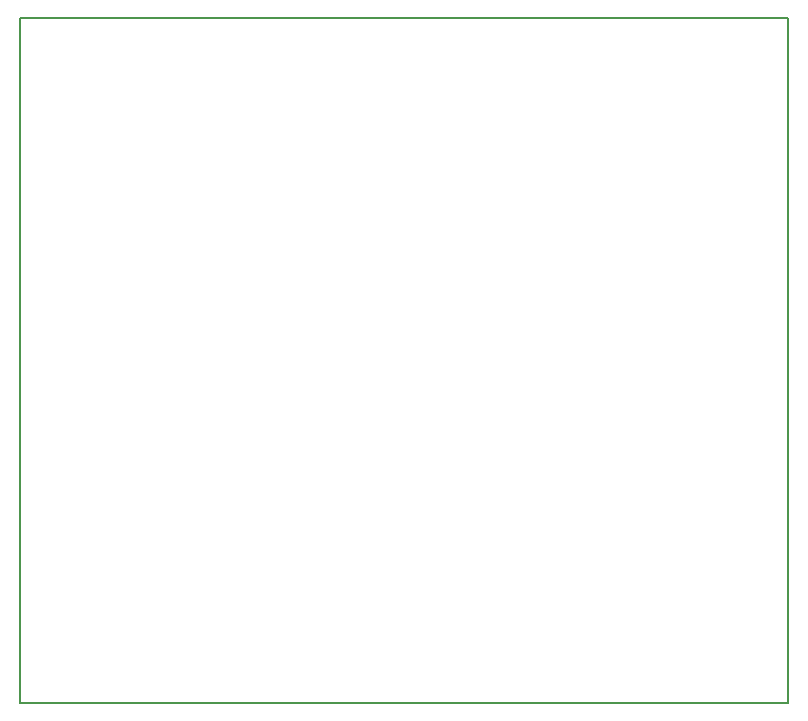
<source format=gbr>
G04 #@! TF.FileFunction,Profile,NP*
%FSLAX46Y46*%
G04 Gerber Fmt 4.6, Leading zero omitted, Abs format (unit mm)*
G04 Created by KiCad (PCBNEW 4.1.0-alpha+201607200716+6988~46~ubuntu16.04.1-product) date Thu Jul 21 11:47:31 2016*
%MOMM*%
%LPD*%
G01*
G04 APERTURE LIST*
%ADD10C,0.100000*%
%ADD11C,0.150000*%
G04 APERTURE END LIST*
D10*
D11*
X107000000Y-50000000D02*
X107000000Y-108000000D01*
X172000000Y-50000000D02*
X107000000Y-50000000D01*
X172000000Y-108000000D02*
X172000000Y-50000000D01*
X107000000Y-108000000D02*
X172000000Y-108000000D01*
M02*

</source>
